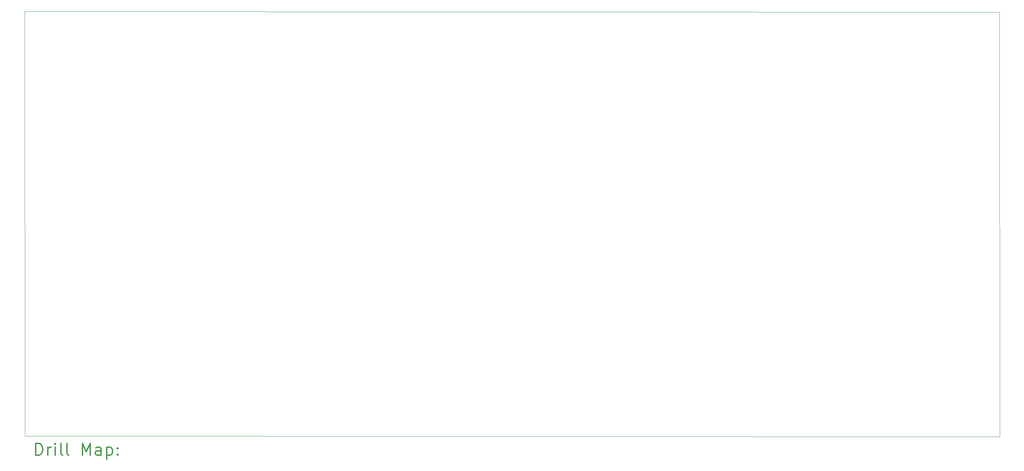
<source format=gbr>
%FSLAX45Y45*%
G04 Gerber Fmt 4.5, Leading zero omitted, Abs format (unit mm)*
G04 Created by KiCad (PCBNEW (5.1.9)-1) date 2021-07-06 18:24:41*
%MOMM*%
%LPD*%
G01*
G04 APERTURE LIST*
%TA.AperFunction,Profile*%
%ADD10C,0.050000*%
%TD*%
%ADD11C,0.200000*%
%ADD12C,0.300000*%
G04 APERTURE END LIST*
D10*
X26916888Y-4550156D02*
X2396744Y-4533392D01*
X26924508Y-15243556D02*
X2404364Y-15226792D01*
X2396744Y-4533392D02*
X2405888Y-15226284D01*
X26916888Y-4551172D02*
X26926032Y-15244064D01*
D11*
D12*
X2680672Y-15712278D02*
X2680672Y-15412278D01*
X2752101Y-15412278D01*
X2794958Y-15426564D01*
X2823530Y-15455135D01*
X2837815Y-15483707D01*
X2852101Y-15540850D01*
X2852101Y-15583707D01*
X2837815Y-15640850D01*
X2823530Y-15669421D01*
X2794958Y-15697993D01*
X2752101Y-15712278D01*
X2680672Y-15712278D01*
X2980672Y-15712278D02*
X2980672Y-15512278D01*
X2980672Y-15569421D02*
X2994958Y-15540850D01*
X3009244Y-15526564D01*
X3037815Y-15512278D01*
X3066387Y-15512278D01*
X3166387Y-15712278D02*
X3166387Y-15512278D01*
X3166387Y-15412278D02*
X3152101Y-15426564D01*
X3166387Y-15440850D01*
X3180672Y-15426564D01*
X3166387Y-15412278D01*
X3166387Y-15440850D01*
X3352101Y-15712278D02*
X3323530Y-15697993D01*
X3309244Y-15669421D01*
X3309244Y-15412278D01*
X3509244Y-15712278D02*
X3480672Y-15697993D01*
X3466387Y-15669421D01*
X3466387Y-15412278D01*
X3852101Y-15712278D02*
X3852101Y-15412278D01*
X3952101Y-15626564D01*
X4052101Y-15412278D01*
X4052101Y-15712278D01*
X4323530Y-15712278D02*
X4323530Y-15555135D01*
X4309244Y-15526564D01*
X4280672Y-15512278D01*
X4223530Y-15512278D01*
X4194958Y-15526564D01*
X4323530Y-15697993D02*
X4294958Y-15712278D01*
X4223530Y-15712278D01*
X4194958Y-15697993D01*
X4180672Y-15669421D01*
X4180672Y-15640850D01*
X4194958Y-15612278D01*
X4223530Y-15597993D01*
X4294958Y-15597993D01*
X4323530Y-15583707D01*
X4466387Y-15512278D02*
X4466387Y-15812278D01*
X4466387Y-15526564D02*
X4494958Y-15512278D01*
X4552101Y-15512278D01*
X4580672Y-15526564D01*
X4594958Y-15540850D01*
X4609244Y-15569421D01*
X4609244Y-15655135D01*
X4594958Y-15683707D01*
X4580672Y-15697993D01*
X4552101Y-15712278D01*
X4494958Y-15712278D01*
X4466387Y-15697993D01*
X4737815Y-15683707D02*
X4752101Y-15697993D01*
X4737815Y-15712278D01*
X4723530Y-15697993D01*
X4737815Y-15683707D01*
X4737815Y-15712278D01*
X4737815Y-15526564D02*
X4752101Y-15540850D01*
X4737815Y-15555135D01*
X4723530Y-15540850D01*
X4737815Y-15526564D01*
X4737815Y-15555135D01*
M02*

</source>
